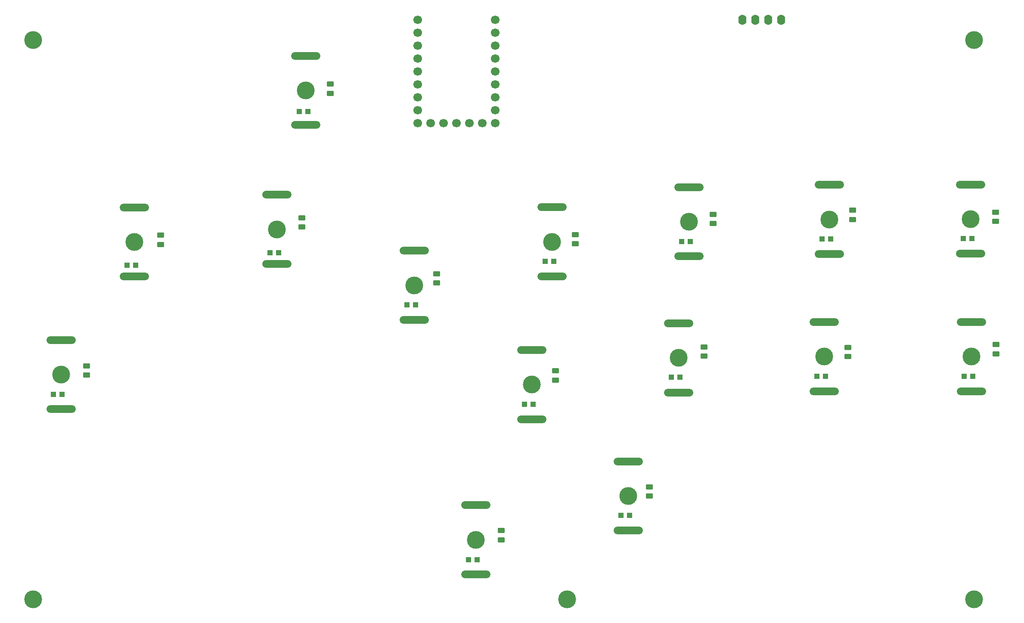
<source format=gbs>
%TF.GenerationSoftware,KiCad,Pcbnew,8.0.6*%
%TF.CreationDate,2024-11-15T02:04:34+00:00*%
%TF.ProjectId,keychron_hitbox,6b657963-6872-46f6-9e5f-686974626f78,rev?*%
%TF.SameCoordinates,Original*%
%TF.FileFunction,Soldermask,Bot*%
%TF.FilePolarity,Negative*%
%FSLAX46Y46*%
G04 Gerber Fmt 4.6, Leading zero omitted, Abs format (unit mm)*
G04 Created by KiCad (PCBNEW 8.0.6) date 2024-11-15 02:04:34*
%MOMM*%
%LPD*%
G01*
G04 APERTURE LIST*
G04 Aperture macros list*
%AMRoundRect*
0 Rectangle with rounded corners*
0 $1 Rounding radius*
0 $2 $3 $4 $5 $6 $7 $8 $9 X,Y pos of 4 corners*
0 Add a 4 corners polygon primitive as box body*
4,1,4,$2,$3,$4,$5,$6,$7,$8,$9,$2,$3,0*
0 Add four circle primitives for the rounded corners*
1,1,$1+$1,$2,$3*
1,1,$1+$1,$4,$5*
1,1,$1+$1,$6,$7*
1,1,$1+$1,$8,$9*
0 Add four rect primitives between the rounded corners*
20,1,$1+$1,$2,$3,$4,$5,0*
20,1,$1+$1,$4,$5,$6,$7,0*
20,1,$1+$1,$6,$7,$8,$9,0*
20,1,$1+$1,$8,$9,$2,$3,0*%
G04 Aperture macros list end*
%ADD10O,5.800000X1.500000*%
%ADD11C,3.500000*%
%ADD12O,1.600000X2.000000*%
%ADD13C,1.700000*%
%ADD14RoundRect,0.250000X-0.450000X0.262500X-0.450000X-0.262500X0.450000X-0.262500X0.450000X0.262500X0*%
%ADD15R,1.000000X1.000000*%
G04 APERTURE END LIST*
D10*
X169500000Y-115400000D03*
D11*
X169500000Y-122200000D03*
D10*
X169500000Y-129000000D03*
D11*
X237500000Y-32500000D03*
X52500000Y-142500000D03*
D10*
X181400000Y-61450000D03*
D11*
X181400000Y-68250000D03*
D10*
X181400000Y-75050000D03*
X237000000Y-88000000D03*
D11*
X237000000Y-94800000D03*
D10*
X237000000Y-101600000D03*
D12*
X191880000Y-28550000D03*
X194420000Y-28550000D03*
X196960000Y-28550000D03*
X199500000Y-28550000D03*
D10*
X208000000Y-88000000D03*
D11*
X208000000Y-94800000D03*
D10*
X208000000Y-101600000D03*
X209000000Y-61000000D03*
D11*
X209000000Y-67800000D03*
D10*
X209000000Y-74600000D03*
X150500000Y-93500000D03*
D11*
X150500000Y-100300000D03*
D10*
X150500000Y-107100000D03*
D13*
X143290000Y-28535000D03*
X143290000Y-31075000D03*
X143290000Y-33615000D03*
X143290000Y-36155000D03*
X143290000Y-38695000D03*
X143290000Y-41235000D03*
X143290000Y-43775000D03*
X143290000Y-46315000D03*
X143290000Y-48855000D03*
X128050000Y-28535000D03*
X128050000Y-31075000D03*
X128050000Y-33615000D03*
X128050000Y-36155000D03*
X128050000Y-38695000D03*
X128050000Y-41235000D03*
X128050000Y-43775000D03*
X128050000Y-46315000D03*
X128050000Y-48855000D03*
X140750000Y-48855000D03*
X138210000Y-48855000D03*
X135670000Y-48855000D03*
X133130000Y-48855000D03*
X130590000Y-48855000D03*
D10*
X236800000Y-60950000D03*
D11*
X236800000Y-67750000D03*
D10*
X236800000Y-74550000D03*
X106100000Y-35650000D03*
D11*
X106100000Y-42450000D03*
D10*
X106100000Y-49250000D03*
X154500000Y-65400000D03*
D11*
X154500000Y-72200000D03*
D10*
X154500000Y-79000000D03*
D11*
X237500000Y-142500000D03*
D10*
X72400000Y-65450000D03*
D11*
X72400000Y-72250000D03*
D10*
X72400000Y-79050000D03*
X127400000Y-73950000D03*
D11*
X127400000Y-80750000D03*
D10*
X127400000Y-87550000D03*
X139500000Y-124000000D03*
D11*
X139500000Y-130800000D03*
D10*
X139500000Y-137600000D03*
X179400000Y-88250000D03*
D11*
X179400000Y-95050000D03*
D10*
X179400000Y-101850000D03*
D11*
X157500000Y-142500000D03*
X52500000Y-32500000D03*
D10*
X100400000Y-62950000D03*
D11*
X100400000Y-69750000D03*
D10*
X100400000Y-76550000D03*
X58000000Y-91500000D03*
D11*
X58000000Y-98300000D03*
D10*
X58000000Y-105100000D03*
D14*
X241700000Y-66387500D03*
X241700000Y-68212500D03*
D15*
X100760000Y-74350000D03*
X99060000Y-74350000D03*
X154830000Y-76080000D03*
X153130000Y-76080000D03*
X139790000Y-134690000D03*
X138090000Y-134690000D03*
D14*
X159100000Y-70775000D03*
X159100000Y-72600000D03*
X212700000Y-92975000D03*
X212700000Y-94800000D03*
X131812500Y-78487500D03*
X131812500Y-80312500D03*
D15*
X150760000Y-104140000D03*
X149060000Y-104140000D03*
D14*
X77512500Y-70887500D03*
X77512500Y-72712500D03*
D15*
X179670000Y-98840000D03*
X177970000Y-98840000D03*
D14*
X144500000Y-129000000D03*
X144500000Y-130825000D03*
D15*
X209260000Y-71670000D03*
X207560000Y-71670000D03*
X208250000Y-98660000D03*
X206550000Y-98660000D03*
X106530000Y-46550000D03*
X104830000Y-46550000D03*
D14*
X186200000Y-66800000D03*
X186200000Y-68625000D03*
D15*
X237220000Y-98640000D03*
X235520000Y-98640000D03*
X169760000Y-126030000D03*
X168060000Y-126030000D03*
D14*
X110900000Y-41175000D03*
X110900000Y-43000000D03*
X213612500Y-65975000D03*
X213612500Y-67800000D03*
X241800000Y-92387500D03*
X241800000Y-94212500D03*
D15*
X181660000Y-72130000D03*
X179960000Y-72130000D03*
D14*
X173600000Y-120400000D03*
X173600000Y-122225000D03*
D15*
X127650000Y-84620000D03*
X125950000Y-84620000D03*
X58160000Y-102200000D03*
X56460000Y-102200000D03*
D14*
X155212500Y-97587500D03*
X155212500Y-99412500D03*
X184400000Y-92875000D03*
X184400000Y-94700000D03*
X105300000Y-67475000D03*
X105300000Y-69300000D03*
D15*
X72630000Y-76830000D03*
X70930000Y-76830000D03*
X237060000Y-71570000D03*
X235360000Y-71570000D03*
D14*
X63012500Y-96587500D03*
X63012500Y-98412500D03*
M02*

</source>
